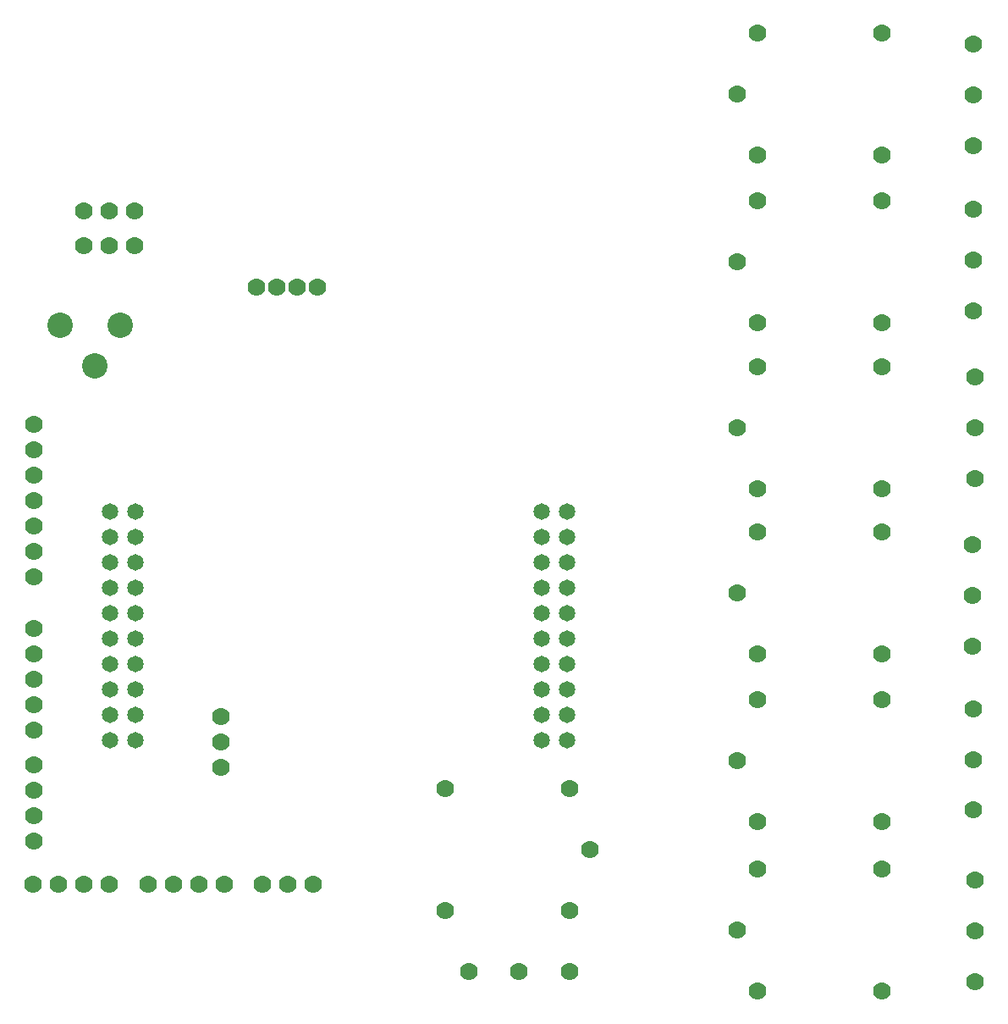
<source format=gbr>
G04 CAM350 V10.0.1 (Build 312) Date:  Thu Jul 28 16:14:56 2016 *
G04 Database: C:\arctmp\odbjob_v7\odbjob_v7.cam *
G04 Layer 5: smb *
%FSLAX23Y23*%
%MOIN*%
%SFA1.000B1.000*%

%MIA0B0*%
%IPPOS*%
%ADD10C,0.00000*%
%ADD15C,0.07000*%
%ADD16C,0.06500*%
%ADD19C,0.10000*%
%LNsmb*%
%LPD*%
G54D10*
X16900Y6950D03*
X17650Y7110D03*
X15700Y8010D03*
X16000Y7910D03*
X16533Y7585D03*
Y7535D03*
Y7485D03*
Y7385D03*
Y7435D03*
Y7335D03*
X16317Y7585D03*
X17180Y7920D03*
X16317Y7435D03*
X17175Y7265D03*
X16317Y7385D03*
X17180Y6635D03*
X16317Y7335D03*
X17175Y5945D03*
X16175Y6260D03*
X16317Y7285D03*
Y7535D03*
X17175Y8575D03*
X16317Y7485D03*
X17175Y9235D03*
G54D19*
X14902Y8585D03*
X15140D03*
X15040Y8425D03*
G54D15*
X15915Y8735D03*
X15835D03*
X15755D03*
X15675D03*
X16910Y6760D03*
Y6280D03*
X16990Y6520D03*
X16420Y6760D03*
Y6280D03*
X17650Y5965D03*
Y6445D03*
X17570Y6205D03*
X18140Y5965D03*
Y6445D03*
X17650Y6630D03*
Y7110D03*
X17570Y6870D03*
X18140Y6630D03*
Y7110D03*
X17650Y7290D03*
Y7770D03*
X17570Y7530D03*
X18140Y7290D03*
Y7770D03*
X17650Y7940D03*
Y8420D03*
X17570Y8180D03*
X18140Y7940D03*
Y8420D03*
X17650Y8595D03*
Y9075D03*
X17570Y8835D03*
X18140Y8595D03*
Y9075D03*
X17650Y9255D03*
Y9735D03*
X17570Y9495D03*
X18140Y9255D03*
Y9735D03*
X16909Y6040D03*
X16710D03*
X16511D03*
X18505Y6399D03*
Y6200D03*
Y6001D03*
X18500Y7074D03*
Y6875D03*
Y6676D03*
X18495Y7719D03*
Y7520D03*
Y7321D03*
X18505Y8379D03*
Y8180D03*
Y7981D03*
X18500Y9039D03*
Y8840D03*
Y8641D03*
Y9689D03*
Y9490D03*
Y9291D03*
X15535Y7045D03*
Y6945D03*
Y6845D03*
X15700Y6385D03*
X15800D03*
X15900D03*
X15550D03*
X15450D03*
X15350D03*
X15250D03*
X15095D03*
X14995D03*
X14895D03*
X14795D03*
X14800Y6555D03*
Y6655D03*
Y6755D03*
Y6855D03*
Y7390D03*
Y7290D03*
Y7190D03*
Y7090D03*
Y6990D03*
Y7595D03*
Y7695D03*
Y7795D03*
Y7895D03*
Y7995D03*
Y8095D03*
Y8195D03*
X14995Y8896D03*
X15095D03*
X15195D03*
Y9034D03*
X15095D03*
X14995D03*
G54D16*
X15100Y7850D03*
Y7750D03*
Y7650D03*
Y7550D03*
Y7450D03*
Y7350D03*
Y7250D03*
Y7150D03*
Y7050D03*
Y6950D03*
X16900D03*
Y7050D03*
Y7150D03*
Y7250D03*
Y7350D03*
Y7450D03*
Y7550D03*
Y7650D03*
Y7750D03*
Y7850D03*
X15200D03*
Y7750D03*
Y7650D03*
Y7550D03*
Y7450D03*
Y7350D03*
Y7250D03*
Y7150D03*
Y7050D03*
Y6950D03*
X16800D03*
Y7050D03*
Y7150D03*
Y7250D03*
Y7350D03*
Y7450D03*
Y7550D03*
Y7650D03*
Y7750D03*
Y7850D03*
M02*

</source>
